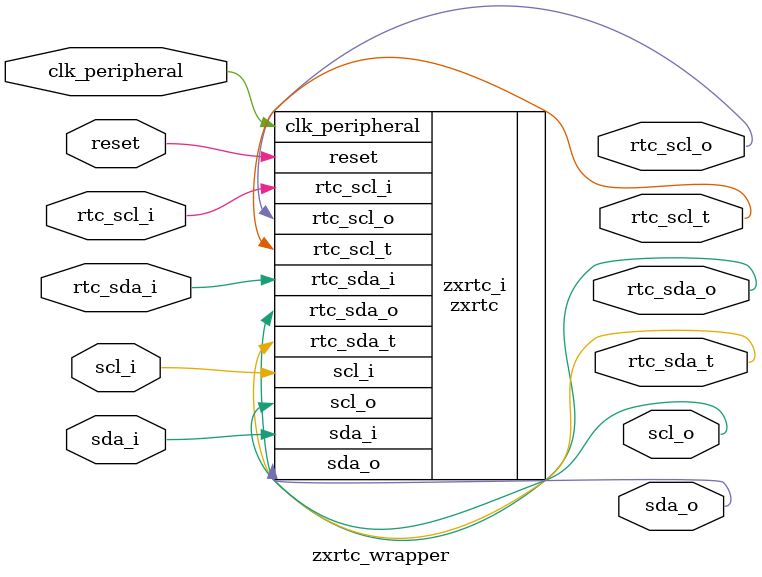
<source format=v>
`timescale 1 ps / 1 ps

module zxrtc_wrapper
   (clk_peripheral,
    reset,
    rtc_scl_i,
    rtc_scl_o,
    rtc_scl_t,
    rtc_sda_i,
    rtc_sda_o,
    rtc_sda_t,
    scl_i,
    scl_o,
    sda_i,
    sda_o);
  input clk_peripheral;
  input reset;
  input rtc_scl_i;
  output rtc_scl_o;
  output rtc_scl_t;
  input rtc_sda_i;
  output rtc_sda_o;
  output rtc_sda_t;
  input scl_i;
  output scl_o;
  input sda_i;
  output sda_o;

  wire clk_peripheral;
  wire reset;
  wire rtc_scl_i;
  wire rtc_scl_o;
  wire rtc_scl_t;
  wire rtc_sda_i;
  wire rtc_sda_o;
  wire rtc_sda_t;
  wire scl_i;
  wire scl_o;
  wire sda_i;
  wire sda_o;

  zxrtc zxrtc_i
       (.clk_peripheral(clk_peripheral),
        .reset(reset),
        .rtc_scl_i(rtc_scl_i),
        .rtc_scl_o(rtc_scl_o),
        .rtc_scl_t(rtc_scl_t),
        .rtc_sda_i(rtc_sda_i),
        .rtc_sda_o(rtc_sda_o),
        .rtc_sda_t(rtc_sda_t),
        .scl_i(scl_i),
        .scl_o(scl_o),
        .sda_i(sda_i),
        .sda_o(sda_o));
endmodule

</source>
